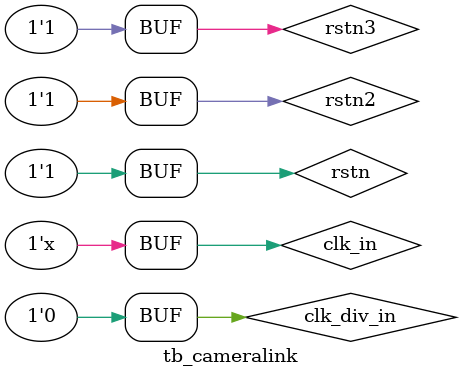
<source format=v>
`timescale 1ns / 1ps


module tb_cameralink;
  localparam clk_per = 10;

  wire [3:0] data_out_to_pins_p;
  wire [3:0] data_out_to_pins_n;
  wire       clk_to_pins_p;
  wire       clk_to_pins_n;

  reg        clk_in = 1;
  reg        clk_div_in = 1;
  reg        rstn = 0;
  reg        rstn2 = 0;
  reg        rstn3 = 0;

  initial begin

    #(200 * clk_per);
    rstn = 1;
    #(100) rstn2 = 1;
    #(100) rstn3 = 1;

  end


  always #(clk_per / 2) clk_in = !clk_in;
  always begin
    clk_div_in = 1;
    #(clk_per * 4) clk_div_in = 0;
    #(clk_per * 3);
  end
  wire        i_fvld;
  wire        i_lvld;
  wire        i_dvld;
  wire [23:0] o_tpg_data;

  h_tpg #(
      .H_ActiveSize(50),
      .H_FrameSize(60),
      .H_SyncStart(0),
      .H_SyncEnd(5),
      .V_ActiveSize(50),
      .V_FrameSize(60),
      .V_SyncStart(0),
      .V_SyncEnd(5)
  ) h_tpg_inst (
      .i_tpg_rstn(rstn),
      .i_tpg_clk (clk_div_in),
      .o_tpg_vs  (i_fvld),
      .o_tpg_hs  (i_lvld),
      .o_tpg_de  (i_dvld),
      .o_tpg_data(o_tpg_data)
  );

  cameralink_transmitter cameralink_transmitter_inst (
      .i_clk          (clk_div_in),
      .i_clkx7        (clk_in),
      .i_rstn         (rstn),
      .i_fvld         (!i_fvld),
      .i_lvld         (!i_lvld),
      .i_dvld         (i_dvld),
      .i_porta        (o_tpg_data[23:16]),
      .i_portb        (o_tpg_data[15:8]),
      .i_portc        (o_tpg_data[7:0]),
      .o_cmlink_clk_p (clk_to_pins_p),
      .o_cmlink_clk_n (clk_to_pins_n),
      .o_cmlink_data_p(data_out_to_pins_p),
      .o_cmlink_data_n(data_out_to_pins_n)
  );
  wire clk_out1;
  clk_wiz_0 instance_name (
      // Clock out ports
      .clk_out1 (clk_out1),       // output clk_out1
      // Clock in ports
      .clk_in1_p(clk_to_pins_p),  // input clk_in1_p
      .clk_in1_n(clk_to_pins_n)   // input clk_in1_n
  );

  wire        clk_div_out;
  wire [27:0] data_in_to_device;
  // cameralink_receiver_selectio_wiz cameralink_receiver_selectio_wiz_inst (
  //     .data_in_from_pins_p(data_out_to_pins_p),
  //     .data_in_from_pins_n(data_out_to_pins_n),
  //     .data_in_to_device  (data_in_to_device),
  //     .bitslip            (4'b00),
  //     .clk_in_p           (clk_out1),
  //     .clk_in_n           (!clk_out1),
  //     .clk_div_out        (clk_div_out),
  //     .clock_enable       (rstn3),
  //     .clk_reset          (!rstn3),
  //     .io_reset           (!rstn3)
  // );

  cameralink_receiver_selectio_wiz cameralink_receiver_selectio_wiz_inst (
      .data_in_from_pins_p(data_out_to_pins_p),
      .data_in_from_pins_n(data_out_to_pins_n),
      .data_in_to_device  (data_in_to_device),
      .bitslip            (4'b00),
      .clk_in             (rstn3 && clk_in),
      .clk_div_in         (rstn3 && clk_div_in),
      .clock_enable       (rstn3),
      .io_reset           (!rstn3)
  );
  cmlink2dcp cmlink2dcp_inst (
      .i_clk    (clk_div_out),
      .i_rstn   (rstn2),
      .i_cm_data(data_in_to_device),
      .o_fvld   (),
      .o_lvld   (),
      .o_dvld   (),
      .o_porta  (),
      .o_portb  (),
      .o_portc  ()
  );
endmodule

</source>
